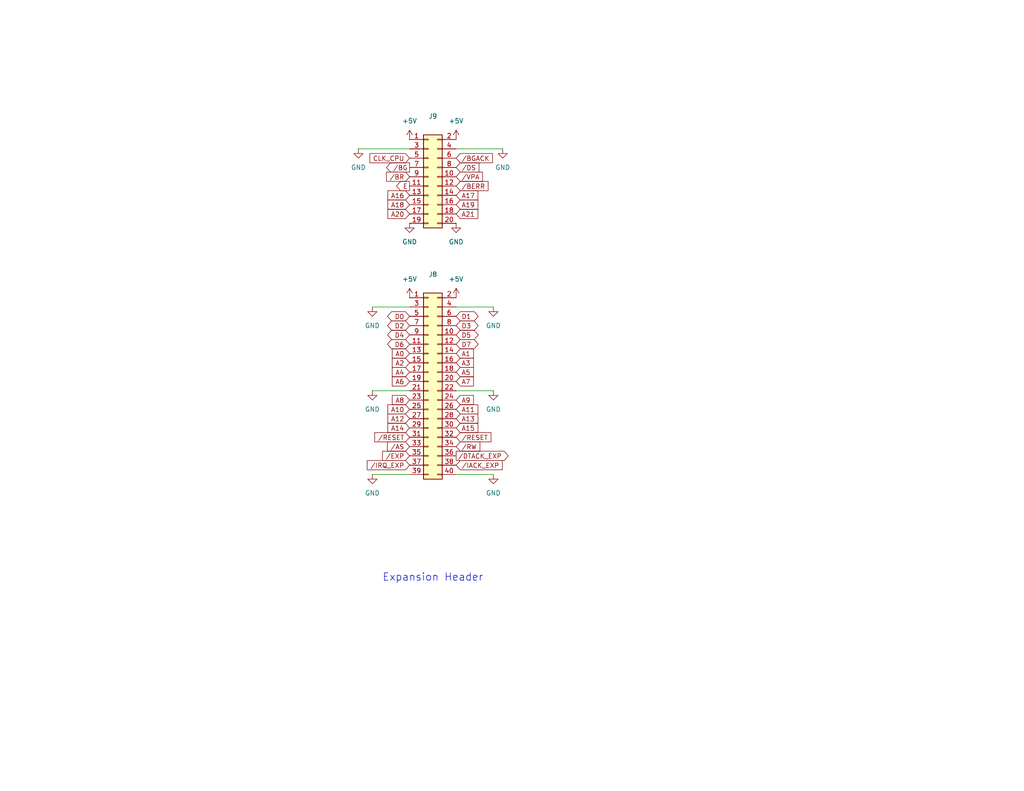
<source format=kicad_sch>
(kicad_sch (version 20231120) (generator "eeschema") (generator_version "8.0")
  (paper "A")
  (title_block (title "Mackerel-08 SBC v1") (date "2024-08-22") (rev "1.1") (company "Colin Maykish") (comment 1 "github.com/crmaykish/mackerel-68k"))
  (lib_symbols
    (symbol "Connector_Generic:Conn_02x10_Odd_Even" (pin_names (offset 1.016) hide)
      (property "Reference" "J" (at 1.27 12.7 0))
      (property "Value" "Conn_02x10_Odd_Even" (at 1.27 -15.24 0))
      (symbol "Conn_02x10_Odd_Even_1_1"
        (rectangle (start -1.27 -12.573) (end 0 -12.827) (stroke (width 0.1524)))
        (rectangle (start -1.27 -10.033) (end 0 -10.287) (stroke (width 0.1524)))
        (rectangle (start -1.27 -7.493) (end 0 -7.747) (stroke (width 0.1524)))
        (rectangle (start -1.27 -4.953) (end 0 -5.207) (stroke (width 0.1524)))
        (rectangle (start -1.27 -2.413) (end 0 -2.667) (stroke (width 0.1524)))
        (rectangle (start -1.27 0.127) (end 0 -0.127) (stroke (width 0.1524)))
        (rectangle (start -1.27 2.667) (end 0 2.413) (stroke (width 0.1524)))
        (rectangle (start -1.27 5.207) (end 0 4.953) (stroke (width 0.1524)))
        (rectangle (start -1.27 7.747) (end 0 7.493) (stroke (width 0.1524)))
        (rectangle (start -1.27 10.287) (end 0 10.033) (stroke (width 0.1524)))
        (rectangle (start -1.27 11.43) (end 3.81 -13.97) (stroke (width 0.254)) (fill (type background)))
        (rectangle (start 3.81 -12.573) (end 2.54 -12.827) (stroke (width 0.1524)))
        (rectangle (start 3.81 -10.033) (end 2.54 -10.287) (stroke (width 0.1524)))
        (rectangle (start 3.81 -7.493) (end 2.54 -7.747) (stroke (width 0.1524)))
        (rectangle (start 3.81 -4.953) (end 2.54 -5.207) (stroke (width 0.1524)))
        (rectangle (start 3.81 -2.413) (end 2.54 -2.667) (stroke (width 0.1524)))
        (rectangle (start 3.81 0.127) (end 2.54 -0.127) (stroke (width 0.1524)))
        (rectangle (start 3.81 2.667) (end 2.54 2.413) (stroke (width 0.1524)))
        (rectangle (start 3.81 5.207) (end 2.54 4.953) (stroke (width 0.1524)))
        (rectangle (start 3.81 7.747) (end 2.54 7.493) (stroke (width 0.1524)))
        (rectangle (start 3.81 10.287) (end 2.54 10.033) (stroke (width 0.1524)))
        (pin passive line (at -5.08 10.16 0) (length 3.81) (name "Pin_1") (number "1"))
        (pin passive line (at 7.62 0 180) (length 3.81) (name "Pin_10") (number "10"))
        (pin passive line (at -5.08 -2.54 0) (length 3.81) (name "Pin_11") (number "11"))
        (pin passive line (at 7.62 -2.54 180) (length 3.81) (name "Pin_12") (number "12"))
        (pin passive line (at -5.08 -5.08 0) (length 3.81) (name "Pin_13") (number "13"))
        (pin passive line (at 7.62 -5.08 180) (length 3.81) (name "Pin_14") (number "14"))
        (pin passive line (at -5.08 -7.62 0) (length 3.81) (name "Pin_15") (number "15"))
        (pin passive line (at 7.62 -7.62 180) (length 3.81) (name "Pin_16") (number "16"))
        (pin passive line (at -5.08 -10.16 0) (length 3.81) (name "Pin_17") (number "17"))
        (pin passive line (at 7.62 -10.16 180) (length 3.81) (name "Pin_18") (number "18"))
        (pin passive line (at -5.08 -12.7 0) (length 3.81) (name "Pin_19") (number "19"))
        (pin passive line (at 7.62 10.16 180) (length 3.81) (name "Pin_2") (number "2"))
        (pin passive line (at 7.62 -12.7 180) (length 3.81) (name "Pin_20") (number "20"))
        (pin passive line (at -5.08 7.62 0) (length 3.81) (name "Pin_3") (number "3"))
        (pin passive line (at 7.62 7.62 180) (length 3.81) (name "Pin_4") (number "4"))
        (pin passive line (at -5.08 5.08 0) (length 3.81) (name "Pin_5") (number "5"))
        (pin passive line (at 7.62 5.08 180) (length 3.81) (name "Pin_6") (number "6"))
        (pin passive line (at -5.08 2.54 0) (length 3.81) (name "Pin_7") (number "7"))
        (pin passive line (at 7.62 2.54 180) (length 3.81) (name "Pin_8") (number "8"))
        (pin passive line (at -5.08 0 0) (length 3.81) (name "Pin_9") (number "9"))
      )
    )
    (symbol "Connector_Generic:Conn_02x20_Odd_Even" (pin_names (offset 1.016) hide)
      (property "Reference" "J" (at 1.27 25.4 0))
      (property "Value" "Conn_02x20_Odd_Even" (at 1.27 -27.94 0))
      (symbol "Conn_02x20_Odd_Even_1_1"
        (rectangle (start -1.27 -25.273) (end 0 -25.527) (stroke (width 0.1524)))
        (rectangle (start -1.27 -22.733) (end 0 -22.987) (stroke (width 0.1524)))
        (rectangle (start -1.27 -20.193) (end 0 -20.447) (stroke (width 0.1524)))
        (rectangle (start -1.27 -17.653) (end 0 -17.907) (stroke (width 0.1524)))
        (rectangle (start -1.27 -15.113) (end 0 -15.367) (stroke (width 0.1524)))
        (rectangle (start -1.27 -12.573) (end 0 -12.827) (stroke (width 0.1524)))
        (rectangle (start -1.27 -10.033) (end 0 -10.287) (stroke (width 0.1524)))
        (rectangle (start -1.27 -7.493) (end 0 -7.747) (stroke (width 0.1524)))
        (rectangle (start -1.27 -4.953) (end 0 -5.207) (stroke (width 0.1524)))
        (rectangle (start -1.27 -2.413) (end 0 -2.667) (stroke (width 0.1524)))
        (rectangle (start -1.27 0.127) (end 0 -0.127) (stroke (width 0.1524)))
        (rectangle (start -1.27 2.667) (end 0 2.413) (stroke (width 0.1524)))
        (rectangle (start -1.27 5.207) (end 0 4.953) (stroke (width 0.1524)))
        (rectangle (start -1.27 7.747) (end 0 7.493) (stroke (width 0.1524)))
        (rectangle (start -1.27 10.287) (end 0 10.033) (stroke (width 0.1524)))
        (rectangle (start -1.27 12.827) (end 0 12.573) (stroke (width 0.1524)))
        (rectangle (start -1.27 15.367) (end 0 15.113) (stroke (width 0.1524)))
        (rectangle (start -1.27 17.907) (end 0 17.653) (stroke (width 0.1524)))
        (rectangle (start -1.27 20.447) (end 0 20.193) (stroke (width 0.1524)))
        (rectangle (start -1.27 22.987) (end 0 22.733) (stroke (width 0.1524)))
        (rectangle (start -1.27 24.13) (end 3.81 -26.67) (stroke (width 0.254)) (fill (type background)))
        (rectangle (start 3.81 -25.273) (end 2.54 -25.527) (stroke (width 0.1524)))
        (rectangle (start 3.81 -22.733) (end 2.54 -22.987) (stroke (width 0.1524)))
        (rectangle (start 3.81 -20.193) (end 2.54 -20.447) (stroke (width 0.1524)))
        (rectangle (start 3.81 -17.653) (end 2.54 -17.907) (stroke (width 0.1524)))
        (rectangle (start 3.81 -15.113) (end 2.54 -15.367) (stroke (width 0.1524)))
        (rectangle (start 3.81 -12.573) (end 2.54 -12.827) (stroke (width 0.1524)))
        (rectangle (start 3.81 -10.033) (end 2.54 -10.287) (stroke (width 0.1524)))
        (rectangle (start 3.81 -7.493) (end 2.54 -7.747) (stroke (width 0.1524)))
        (rectangle (start 3.81 -4.953) (end 2.54 -5.207) (stroke (width 0.1524)))
        (rectangle (start 3.81 -2.413) (end 2.54 -2.667) (stroke (width 0.1524)))
        (rectangle (start 3.81 0.127) (end 2.54 -0.127) (stroke (width 0.1524)))
        (rectangle (start 3.81 2.667) (end 2.54 2.413) (stroke (width 0.1524)))
        (rectangle (start 3.81 5.207) (end 2.54 4.953) (stroke (width 0.1524)))
        (rectangle (start 3.81 7.747) (end 2.54 7.493) (stroke (width 0.1524)))
        (rectangle (start 3.81 10.287) (end 2.54 10.033) (stroke (width 0.1524)))
        (rectangle (start 3.81 12.827) (end 2.54 12.573) (stroke (width 0.1524)))
        (rectangle (start 3.81 15.367) (end 2.54 15.113) (stroke (width 0.1524)))
        (rectangle (start 3.81 17.907) (end 2.54 17.653) (stroke (width 0.1524)))
        (rectangle (start 3.81 20.447) (end 2.54 20.193) (stroke (width 0.1524)))
        (rectangle (start 3.81 22.987) (end 2.54 22.733) (stroke (width 0.1524)))
        (pin passive line (at -5.08 22.86 0) (length 3.81) (name "Pin_1") (number "1"))
        (pin passive line (at 7.62 12.7 180) (length 3.81) (name "Pin_10") (number "10"))
        (pin passive line (at -5.08 10.16 0) (length 3.81) (name "Pin_11") (number "11"))
        (pin passive line (at 7.62 10.16 180) (length 3.81) (name "Pin_12") (number "12"))
        (pin passive line (at -5.08 7.62 0) (length 3.81) (name "Pin_13") (number "13"))
        (pin passive line (at 7.62 7.62 180) (length 3.81) (name "Pin_14") (number "14"))
        (pin passive line (at -5.08 5.08 0) (length 3.81) (name "Pin_15") (number "15"))
        (pin passive line (at 7.62 5.08 180) (length 3.81) (name "Pin_16") (number "16"))
        (pin passive line (at -5.08 2.54 0) (length 3.81) (name "Pin_17") (number "17"))
        (pin passive line (at 7.62 2.54 180) (length 3.81) (name "Pin_18") (number "18"))
        (pin passive line (at -5.08 0 0) (length 3.81) (name "Pin_19") (number "19"))
        (pin passive line (at 7.62 22.86 180) (length 3.81) (name "Pin_2") (number "2"))
        (pin passive line (at 7.62 0 180) (length 3.81) (name "Pin_20") (number "20"))
        (pin passive line (at -5.08 -2.54 0) (length 3.81) (name "Pin_21") (number "21"))
        (pin passive line (at 7.62 -2.54 180) (length 3.81) (name "Pin_22") (number "22"))
        (pin passive line (at -5.08 -5.08 0) (length 3.81) (name "Pin_23") (number "23"))
        (pin passive line (at 7.62 -5.08 180) (length 3.81) (name "Pin_24") (number "24"))
        (pin passive line (at -5.08 -7.62 0) (length 3.81) (name "Pin_25") (number "25"))
        (pin passive line (at 7.62 -7.62 180) (length 3.81) (name "Pin_26") (number "26"))
        (pin passive line (at -5.08 -10.16 0) (length 3.81) (name "Pin_27") (number "27"))
        (pin passive line (at 7.62 -10.16 180) (length 3.81) (name "Pin_28") (number "28"))
        (pin passive line (at -5.08 -12.7 0) (length 3.81) (name "Pin_29") (number "29"))
        (pin passive line (at -5.08 20.32 0) (length 3.81) (name "Pin_3") (number "3"))
        (pin passive line (at 7.62 -12.7 180) (length 3.81) (name "Pin_30") (number "30"))
        (pin passive line (at -5.08 -15.24 0) (length 3.81) (name "Pin_31") (number "31"))
        (pin passive line (at 7.62 -15.24 180) (length 3.81) (name "Pin_32") (number "32"))
        (pin passive line (at -5.08 -17.78 0) (length 3.81) (name "Pin_33") (number "33"))
        (pin passive line (at 7.62 -17.78 180) (length 3.81) (name "Pin_34") (number "34"))
        (pin passive line (at -5.08 -20.32 0) (length 3.81) (name "Pin_35") (number "35"))
        (pin passive line (at 7.62 -20.32 180) (length 3.81) (name "Pin_36") (number "36"))
        (pin passive line (at -5.08 -22.86 0) (length 3.81) (name "Pin_37") (number "37"))
        (pin passive line (at 7.62 -22.86 180) (length 3.81) (name "Pin_38") (number "38"))
        (pin passive line (at -5.08 -25.4 0) (length 3.81) (name "Pin_39") (number "39"))
        (pin passive line (at 7.62 20.32 180) (length 3.81) (name "Pin_4") (number "4"))
        (pin passive line (at 7.62 -25.4 180) (length 3.81) (name "Pin_40") (number "40"))
        (pin passive line (at -5.08 17.78 0) (length 3.81) (name "Pin_5") (number "5"))
        (pin passive line (at 7.62 17.78 180) (length 3.81) (name "Pin_6") (number "6"))
        (pin passive line (at -5.08 15.24 0) (length 3.81) (name "Pin_7") (number "7"))
        (pin passive line (at 7.62 15.24 180) (length 3.81) (name "Pin_8") (number "8"))
        (pin passive line (at -5.08 12.7 0) (length 3.81) (name "Pin_9") (number "9"))
      )
    )
    (symbol "power:+5V" (power) (pin_numbers hide) (pin_names (offset 0) hide)
      (property "Value" "+5V" (at 0 3.556 0))
      (symbol "+5V_0_1"
        (polyline (pts (xy -0.762 1.27) (xy 0 2.54)))
        (polyline (pts (xy 0 0) (xy 0 2.54)))
        (polyline (pts (xy 0 2.54) (xy 0.762 1.27)))
      )
      (symbol "+5V_1_1"
        (pin power_in line (at 0 0 90) (length 0) (name "~") (number "1"))
      )
    )
    (symbol "power:GND" (power) (pin_numbers hide) (pin_names (offset 0) hide)
      (property "Value" "GND" (at 0 -3.81 0))
      (symbol "GND_0_1"
        (polyline (pts (xy 0 0) (xy 0 -1.27) (xy 1.27 -1.27) (xy 0 -2.54) (xy -1.27 -1.27) (xy 0 -1.27)))
      )
      (symbol "GND_1_1"
        (pin power_in line (at 0 0 270) (length 0) (name "~") (number "1"))
      )
    )
  )
  (wire (pts (xy 101.6 129.54) (xy 111.76 129.54)))
  (wire (pts (xy 134.62 106.68) (xy 124.46 106.68)))
  (wire (pts (xy 111.76 40.64) (xy 97.79 40.64)))
  (wire (pts (xy 101.6 106.68) (xy 111.76 106.68)))
  (wire (pts (xy 134.62 129.54) (xy 124.46 129.54)))
  (wire (pts (xy 134.62 83.82) (xy 124.46 83.82)))
  (wire (pts (xy 101.6 83.82) (xy 111.76 83.82)))
  (wire (pts (xy 124.46 40.64) (xy 137.16 40.64)))
  (text "Expansion Header" (at 118.11 157.734 0) (effects (font (size 2.032 2.032))))
  (global_label "{slash}AS" (shape input) (at 111.76 121.92 180) (property "Intersheetrefs" "${INTERSHEET_REFS}" (effects (hide yes))))
  (global_label "CLK_CPU" (shape input) (at 111.76 43.18 180) (property "Intersheetrefs" "${INTERSHEET_REFS}" (effects (hide yes))))
  (global_label "A0" (shape input) (at 111.76 96.52 180) (property "Intersheetrefs" "${INTERSHEET_REFS}" (effects (hide yes))))
  (global_label "E" (shape output) (at 111.76 50.8 180) (property "Intersheetrefs" "${INTERSHEET_REFS}" (effects (hide yes))))
  (global_label "A19" (shape input) (at 124.46 55.88 0) (property "Intersheetrefs" "${INTERSHEET_REFS}" (effects (hide yes))))
  (global_label "D4" (shape bidirectional) (at 111.76 91.44 180) (property "Intersheetrefs" "${INTERSHEET_REFS}" (effects (hide yes))))
  (global_label "A6" (shape input) (at 111.76 104.14 180) (property "Intersheetrefs" "${INTERSHEET_REFS}" (effects (hide yes))))
  (global_label "D0" (shape bidirectional) (at 111.76 86.36 180) (property "Intersheetrefs" "${INTERSHEET_REFS}" (effects (hide yes))))
  (global_label "A10" (shape input) (at 111.76 111.76 180) (property "Intersheetrefs" "${INTERSHEET_REFS}" (effects (hide yes))))
  (global_label "A12" (shape input) (at 111.76 114.3 180) (property "Intersheetrefs" "${INTERSHEET_REFS}" (effects (hide yes))))
  (global_label "A13" (shape input) (at 124.46 114.3 0) (property "Intersheetrefs" "${INTERSHEET_REFS}" (effects (hide yes))))
  (global_label "{slash}IACK_EXP" (shape input) (at 124.46 127 0) (property "Intersheetrefs" "${INTERSHEET_REFS}" (effects (hide yes))))
  (global_label "{slash}RW" (shape input) (at 124.46 121.92 0) (property "Intersheetrefs" "${INTERSHEET_REFS}" (effects (hide yes))))
  (global_label "{slash}RESET" (shape input) (at 111.76 119.38 180) (property "Intersheetrefs" "${INTERSHEET_REFS}" (effects (hide yes))))
  (global_label "{slash}BG" (shape output) (at 111.76 45.72 180) (property "Intersheetrefs" "${INTERSHEET_REFS}" (effects (hide yes))))
  (global_label "{slash}EXP" (shape input) (at 111.76 124.46 180) (property "Intersheetrefs" "${INTERSHEET_REFS}" (effects (hide yes))))
  (global_label "{slash}DS" (shape input) (at 124.46 45.72 0) (property "Intersheetrefs" "${INTERSHEET_REFS}" (effects (hide yes))))
  (global_label "A11" (shape input) (at 124.46 111.76 0) (property "Intersheetrefs" "${INTERSHEET_REFS}" (effects (hide yes))))
  (global_label "A20" (shape input) (at 111.76 58.42 180) (property "Intersheetrefs" "${INTERSHEET_REFS}" (effects (hide yes))))
  (global_label "A8" (shape input) (at 111.76 109.22 180) (property "Intersheetrefs" "${INTERSHEET_REFS}" (effects (hide yes))))
  (global_label "D3" (shape bidirectional) (at 124.46 88.9 0) (property "Intersheetrefs" "${INTERSHEET_REFS}" (effects (hide yes))))
  (global_label "A1" (shape input) (at 124.46 96.52 0) (property "Intersheetrefs" "${INTERSHEET_REFS}" (effects (hide yes))))
  (global_label "A17" (shape input) (at 124.46 53.34 0) (property "Intersheetrefs" "${INTERSHEET_REFS}" (effects (hide yes))))
  (global_label "A4" (shape input) (at 111.76 101.6 180) (property "Intersheetrefs" "${INTERSHEET_REFS}" (effects (hide yes))))
  (global_label "A18" (shape input) (at 111.76 55.88 180) (property "Intersheetrefs" "${INTERSHEET_REFS}" (effects (hide yes))))
  (global_label "D5" (shape bidirectional) (at 124.46 91.44 0) (property "Intersheetrefs" "${INTERSHEET_REFS}" (effects (hide yes))))
  (global_label "A5" (shape input) (at 124.46 101.6 0) (property "Intersheetrefs" "${INTERSHEET_REFS}" (effects (hide yes))))
  (global_label "{slash}IRQ_EXP" (shape input) (at 111.76 127 180) (property "Intersheetrefs" "${INTERSHEET_REFS}" (effects (hide yes))))
  (global_label "D6" (shape bidirectional) (at 111.76 93.98 180) (property "Intersheetrefs" "${INTERSHEET_REFS}" (effects (hide yes))))
  (global_label "A3" (shape input) (at 124.46 99.06 0) (property "Intersheetrefs" "${INTERSHEET_REFS}" (effects (hide yes))))
  (global_label "A21" (shape input) (at 124.46 58.42 0) (property "Intersheetrefs" "${INTERSHEET_REFS}" (effects (hide yes))))
  (global_label "{slash}BGACK" (shape input) (at 124.46 43.18 0) (property "Intersheetrefs" "${INTERSHEET_REFS}" (effects (hide yes))))
  (global_label "A2" (shape input) (at 111.76 99.06 180) (property "Intersheetrefs" "${INTERSHEET_REFS}" (effects (hide yes))))
  (global_label "D1" (shape bidirectional) (at 124.46 86.36 0) (property "Intersheetrefs" "${INTERSHEET_REFS}" (effects (hide yes))))
  (global_label "{slash}RESET" (shape input) (at 124.46 119.38 0) (property "Intersheetrefs" "${INTERSHEET_REFS}" (effects (hide yes))))
  (global_label "D7" (shape bidirectional) (at 124.46 93.98 0) (property "Intersheetrefs" "${INTERSHEET_REFS}" (effects (hide yes))))
  (global_label "{slash}DTACK_EXP" (shape output) (at 124.46 124.46 0) (property "Intersheetrefs" "${INTERSHEET_REFS}" (effects (hide yes))))
  (global_label "A7" (shape input) (at 124.46 104.14 0) (property "Intersheetrefs" "${INTERSHEET_REFS}" (effects (hide yes))))
  (global_label "{slash}BR" (shape input) (at 111.76 48.26 180) (property "Intersheetrefs" "${INTERSHEET_REFS}" (effects (hide yes))))
  (global_label "D2" (shape bidirectional) (at 111.76 88.9 180) (property "Intersheetrefs" "${INTERSHEET_REFS}" (effects (hide yes))))
  (global_label "A9" (shape input) (at 124.46 109.22 0) (property "Intersheetrefs" "${INTERSHEET_REFS}" (effects (hide yes))))
  (global_label "A15" (shape input) (at 124.46 116.84 0) (property "Intersheetrefs" "${INTERSHEET_REFS}" (effects (hide yes))))
  (global_label "A16" (shape input) (at 111.76 53.34 180) (property "Intersheetrefs" "${INTERSHEET_REFS}" (effects (hide yes))))
  (global_label "A14" (shape input) (at 111.76 116.84 180) (property "Intersheetrefs" "${INTERSHEET_REFS}" (effects (hide yes))))
  (global_label "{slash}VPA" (shape input) (at 124.46 48.26 0) (property "Intersheetrefs" "${INTERSHEET_REFS}" (effects (hide yes))))
  (global_label "{slash}BERR" (shape input) (at 124.46 50.8 0) (property "Intersheetrefs" "${INTERSHEET_REFS}" (effects (hide yes))))
  (symbol (lib_id "power:+5V") (at 111.76 38.1 0) (unit 1)
    (property "Reference" "#PWR069" (effects (hide yes)))
    (property "Value" "+5V" (at 111.76 33.02 0))
    (property "Description" "Power symbol creates a global label with name \"+5V\"" (effects (hide yes)))
  )
  (symbol (lib_id "power:+5V") (at 124.46 38.1 0) (unit 1)
    (property "Reference" "#PWR072" (effects (hide yes)))
    (property "Value" "+5V" (at 124.46 33.02 0))
    (property "Description" "Power symbol creates a global label with name \"+5V\"" (effects (hide yes)))
  )
  (symbol (lib_id "power:GND") (at 111.76 60.96 0) (unit 1)
    (property "Reference" "#PWR070" (effects (hide yes)))
    (property "Value" "GND" (at 111.76 66.04 0))
    (property "Description" "Power symbol creates a global label with name \"GND\" , ground" (effects (hide yes)))
  )
  (symbol (lib_id "power:GND") (at 101.6 129.54 0) (unit 1)
    (property "Reference" "#PWR067" (effects (hide yes)))
    (property "Value" "GND" (at 101.6 134.62 0))
    (property "Description" "Power symbol creates a global label with name \"GND\" , ground" (effects (hide yes)))
  )
  (symbol (lib_id "power:GND") (at 137.16 40.64 0) (unit 1)
    (property "Reference" "#PWR077" (effects (hide yes)))
    (property "Value" "GND" (at 137.16 45.72 0))
    (property "Description" "Power symbol creates a global label with name \"GND\" , ground" (effects (hide yes)))
  )
  (symbol (lib_id "Connector_Generic:Conn_02x10_Odd_Even") (at 116.84 48.26 0) (unit 1)
    (property "Reference" "J9" (at 118.11 31.75 0))
    (property "Value" "Conn_02x10_Odd_Even" (effects (hide yes)))
    (property "Footprint" "Connector_IDC:IDC-Header_2x10_P2.54mm_Vertical" (effects (hide yes)))
    (property "Description" "Generic connector, double row, 02x10, odd/even pin numbering scheme (row 1 odd numbers, row 2 even numbers), script generated (kicad-library-utils/schlib/autogen/connector/)" (effects (hide yes)))
  )
  (symbol (lib_id "power:GND") (at 124.46 60.96 0) (unit 1)
    (property "Reference" "#PWR073" (effects (hide yes)))
    (property "Value" "GND" (at 124.46 66.04 0))
    (property "Description" "Power symbol creates a global label with name \"GND\" , ground" (effects (hide yes)))
  )
  (symbol (lib_id "power:+5V") (at 124.46 81.28 0) (unit 1)
    (property "Reference" "#PWR071" (effects (hide yes)))
    (property "Value" "+5V" (at 124.46 76.2 0))
    (property "Description" "Power symbol creates a global label with name \"+5V\"" (effects (hide yes)))
  )
  (symbol (lib_id "power:GND") (at 134.62 129.54 0) (unit 1)
    (property "Reference" "#PWR076" (effects (hide yes)))
    (property "Value" "GND" (at 134.62 134.62 0))
    (property "Description" "Power symbol creates a global label with name \"GND\" , ground" (effects (hide yes)))
  )
  (symbol (lib_id "Connector_Generic:Conn_02x20_Odd_Even") (at 116.84 104.14 0) (unit 1)
    (property "Reference" "J8" (at 118.11 74.93 0))
    (property "Value" "Conn_02x20_Odd_Even" (effects (hide yes)))
    (property "Footprint" "Connector_IDC:IDC-Header_2x20_P2.54mm_Vertical" (effects (hide yes)))
    (property "Description" "Generic connector, double row, 02x20, odd/even pin numbering scheme (row 1 odd numbers, row 2 even numbers), script generated (kicad-library-utils/schlib/autogen/connector/)" (effects (hide yes)))
  )
  (symbol (lib_id "power:GND") (at 97.79 40.64 0) (unit 1)
    (property "Reference" "#PWR064" (effects (hide yes)))
    (property "Value" "GND" (at 97.79 45.72 0))
    (property "Description" "Power symbol creates a global label with name \"GND\" , ground" (effects (hide yes)))
  )
  (symbol (lib_id "power:GND") (at 134.62 83.82 0) (unit 1)
    (property "Reference" "#PWR074" (effects (hide yes)))
    (property "Value" "GND" (at 134.62 88.9 0))
    (property "Description" "Power symbol creates a global label with name \"GND\" , ground" (effects (hide yes)))
  )
  (symbol (lib_id "power:GND") (at 134.62 106.68 0) (unit 1)
    (property "Reference" "#PWR075" (effects (hide yes)))
    (property "Value" "GND" (at 134.62 111.76 0))
    (property "Description" "Power symbol creates a global label with name \"GND\" , ground" (effects (hide yes)))
  )
  (symbol (lib_id "power:GND") (at 101.6 106.68 0) (unit 1)
    (property "Reference" "#PWR066" (effects (hide yes)))
    (property "Value" "GND" (at 101.6 111.76 0))
    (property "Description" "Power symbol creates a global label with name \"GND\" , ground" (effects (hide yes)))
  )
  (symbol (lib_id "power:GND") (at 101.6 83.82 0) (unit 1)
    (property "Reference" "#PWR065" (effects (hide yes)))
    (property "Value" "GND" (at 101.6 88.9 0))
    (property "Description" "Power symbol creates a global label with name \"GND\" , ground" (effects (hide yes)))
  )
  (symbol (lib_id "power:+5V") (at 111.76 81.28 0) (unit 1)
    (property "Reference" "#PWR068" (effects (hide yes)))
    (property "Value" "+5V" (at 111.76 76.2 0))
    (property "Description" "Power symbol creates a global label with name \"+5V\"" (effects (hide yes)))
  )
)
</source>
